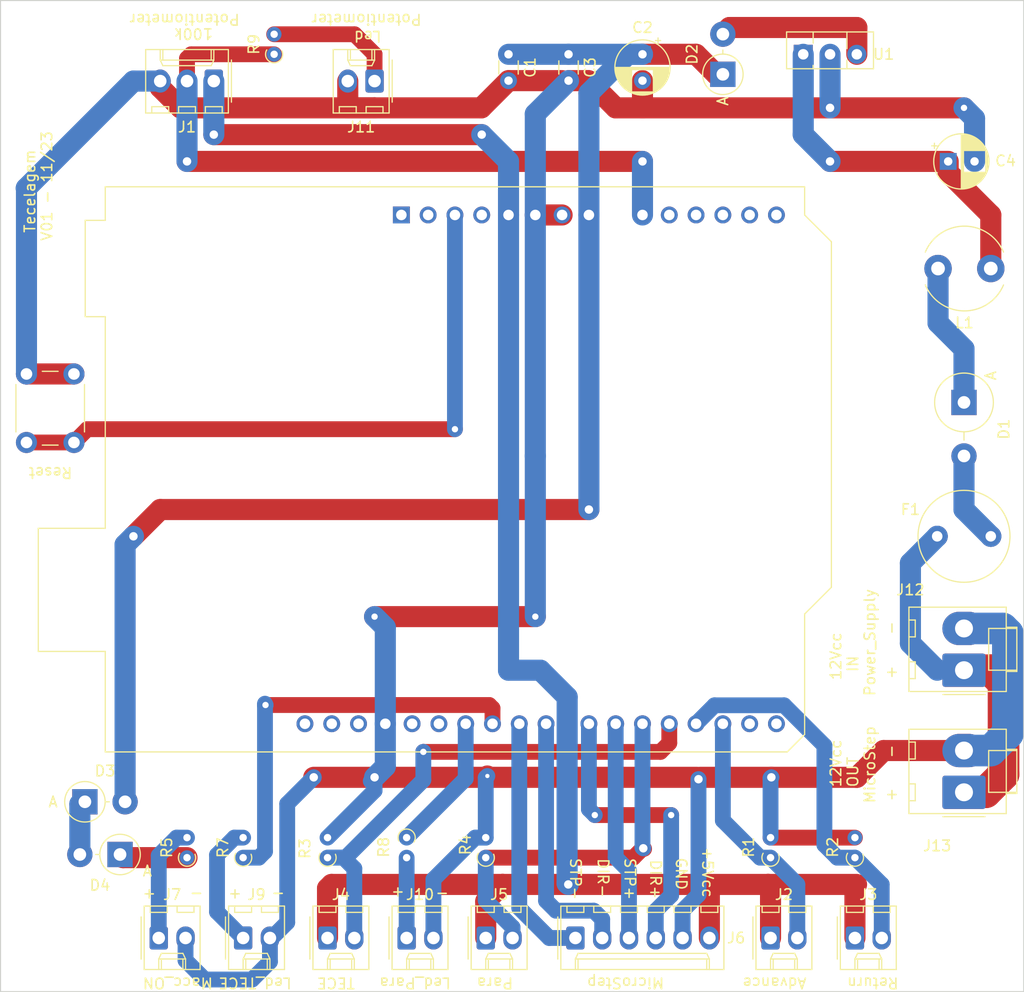
<source format=kicad_pcb>
(kicad_pcb (version 20221018) (generator pcbnew)
  (layers (0 "F.Cu" signal) (31 "B.Cu" signal) (34 "B.Paste" user) (35 "F.Paste" user) (36 "B.SilkS" user "B.Silkscreen") (37 "F.SilkS" user "F.Silkscreen") (38 "B.Mask" user) (39 "F.Mask" user) (44 "Edge.Cuts" user))
  (net 0 "")
  (net 4 "/+5Vcc")
  (net 5 "/GND")
  (net 6 "Net-(A1-VIN)")
  (net 7 "Net-(A1-A0)")
  (net 15 "Net-(A1-D2)")
  (net 16 "Net-(A1-D3)")
  (net 17 "Net-(A1-D4)")
  (net 18 "Net-(A1-D5)")
  (net 24 "Net-(A1-D6)")
  (net 25 "Net-(A1-D7)")
  (net 26 "Net-(A1-D8)")
  (net 27 "Net-(A1-D9)")
  (net 28 "Net-(D1-K)")
  (net 29 "Net-(D1-A)")
  (net 30 "Net-(D2-A)")
  (net 31 "/+12Vcc")
  (net 32 "Net-(J7-Pin_1)")
  (net 33 "Net-(J9-Pin_1)")
  (net 34 "Net-(J10-Pin_1)")
  (net 35 "Net-(J11-Pin_1)")
  (net 36 "Net-(U1-IN)")
  (net 37 "Net-(A1-D10)")
  (net 38 "Net-(A1-D11)")
  (net 39 "Net-(D3-K)")
  (net 40 "Net-(D4-K)")
  (net 41 "Net-(A1-~{RESET})")
  (footprint "Inductor_THT:L_Radial_D7.8mm_P5.00mm_Fastron_07HCP" (layer "F.Cu") (at 182.88 58.42 180)
    (fp_text reference "L1" (at 2.5 -5.15) (layer "F.SilkS"))
    (fp_text value "Indutor 330K 0,1 Ohms" hide)
    (pad "1" thru_hole circle (at 0 0 180) (size 2.6 2.6) (drill 1.3) (layers "*.Cu" "*.Mask") (net 36 "Net-(U1-IN)"))
    (pad "2" thru_hole circle (at 5 0 180) (size 2.6 2.6) (drill 1.3) (layers "*.Cu" "*.Mask") (net 28 "Net-(D1-K)"))
  )
  (footprint "MountingHole:MountingHole_3.5mm" (layer "F.Cu") (at 182 123)
    (fp_text reference "REF**" hide)
    (fp_text value "MountingHole_3.5mm" hide)
    (pad "" np_thru_hole circle (at 0 0) (size 3.5 3.5) (drill 3.5) (layers "F&B.Cu" "*.Mask"))
  )
  (footprint "Connector_Molex:Molex_KK-396_A-41791-0002_1x02_P3.96mm_Vertical" (layer "F.Cu") (at 180.34 108.1 90)
    (fp_text reference "J13" (at -5.08 -2.54 180) (layer "F.SilkS"))
    (fp_text value "Conn_01x02_Socket" hide)
    (pad "1" thru_hole roundrect (at 0 0 90) (size 3.16 4.1) (drill 1.7) (layers "*.Cu" "*.Mask") (roundrect_rratio 0.07911392405) (net 31 "/+12Vcc"))
    (pad "2" thru_hole oval (at 3.96 0 90) (size 3.16 4.1) (drill 1.7) (layers "*.Cu" "*.Mask") (net 5 "/GND"))
  )
  (footprint "Connector_Molex:Molex_KK-254_AE-6410-02A_1x02_P2.54mm_Vertical" (layer "F.Cu") (at 124.46 40.64 180)
    (fp_text reference "J11" (at 1.27 -4.36) (layer "F.SilkS"))
    (fp_text value "Conn_01x02_Socket" hide)
    (pad "1" thru_hole roundrect (at 0 0 180) (size 1.74 2.19) (drill 1.19) (layers "*.Cu" "*.Mask") (roundrect_rratio 0.1436781609) (net 35 "Net-(J11-Pin_1)"))
    (pad "2" thru_hole oval (at 2.54 0 180) (size 1.74 2.19) (drill 1.19) (layers "*.Cu" "*.Mask") (net 5 "/GND"))
  )
  (footprint "Resistor_THT:R_Axial_DIN0204_L3.6mm_D1.6mm_P1.90mm_Vertical" (layer "F.Cu") (at 162 114.3 90)
    (fp_text reference "R1" (at 0.9906 -2.0816 90) (layer "F.SilkS"))
    (fp_text value "5k" hide)
    (pad "1" thru_hole circle (at 0 0 90) (size 1.4 1.4) (drill 0.7) (layers "*.Cu" "*.Mask") (net 15 "Net-(A1-D2)"))
    (pad "2" thru_hole oval (at 1.9 0 90) (size 1.4 1.4) (drill 0.7) (layers "*.Cu" "*.Mask") (net 5 "/GND"))
  )
  (footprint "Capacitor_THT:C_Disc_D3.0mm_W1.6mm_P2.50mm" (layer "F.Cu") (at 137.16 38.1 -90)
    (fp_text reference "C1" (at 1.25 -2.05 90) (layer "F.SilkS"))
    (fp_text value "C_Ceramico 10pF/50V" hide)
    (pad "1" thru_hole circle (at 0 0 270) (size 1.6 1.6) (drill 0.8) (layers "*.Cu" "*.Mask") (net 6 "Net-(A1-VIN)"))
    (pad "2" thru_hole circle (at 2.5 0 270) (size 1.6 1.6) (drill 0.8) (layers "*.Cu" "*.Mask") (net 5 "/GND"))
  )
  (footprint "Resistor_THT:R_Axial_DIN0204_L3.6mm_D1.6mm_P1.90mm_Vertical" (layer "F.Cu") (at 135 114.3 90)
    (fp_text reference "R4" (at 1.2192 -1.9294 90) (layer "F.SilkS"))
    (fp_text value "5k" hide)
    (pad "1" thru_hole circle (at 0 0 90) (size 1.4 1.4) (drill 0.7) (layers "*.Cu" "*.Mask") (net 18 "Net-(A1-D5)"))
    (pad "2" thru_hole oval (at 1.9 0 90) (size 1.4 1.4) (drill 0.7) (layers "*.Cu" "*.Mask") (net 5 "/GND"))
  )
  (footprint "Capacitor_THT:C_Disc_D3.0mm_W1.6mm_P2.50mm" (layer "F.Cu") (at 142.85 38.1 -90)
    (fp_text reference "C3" (at 1.25 -2.05 90) (layer "F.SilkS"))
    (fp_text value "C_Ceramico 100pF/50V" hide)
    (pad "1" thru_hole circle (at 0 0 270) (size 1.6 1.6) (drill 0.8) (layers "*.Cu" "*.Mask") (net 6 "Net-(A1-VIN)"))
    (pad "2" thru_hole circle (at 2.5 0 270) (size 1.6 1.6) (drill 0.8) (layers "*.Cu" "*.Mask") (net 5 "/GND"))
  )
  (footprint "Module:Arduino_UNO_R3" (layer "F.Cu") (at 127 53.34)
    (fp_text reference "A1" hide)
    (fp_text value "Arduino_UNO_R3")
    (pad "1" thru_hole rect (at 0 0 90) (size 1.6 1.6) (drill 1) (layers "*.Cu" "*.Mask"))
    (pad "2" thru_hole oval (at 2.54 0 90) (size 1.6 1.6) (drill 1) (layers "*.Cu" "*.Mask"))
    (pad "3" thru_hole oval (at 5.08 0 90) (size 1.6 1.6) (drill 1) (layers "*.Cu" "*.Mask") (net 41 "Net-(A1-~{RESET})"))
    (pad "4" thru_hole oval (at 7.62 0 90) (size 1.6 1.6) (drill 1) (layers "*.Cu" "*.Mask"))
    (pad "5" thru_hole oval (at 10.16 0 90) (size 1.6 1.6) (drill 1) (layers "*.Cu" "*.Mask") (net 4 "/+5Vcc"))
    (pad "6" thru_hole oval (at 12.7 0 90) (size 1.6 1.6) (drill 1) (layers "*.Cu" "*.Mask") (net 5 "/GND"))
    (pad "7" thru_hole oval (at 15.24 0 90) (size 1.6 1.6) (drill 1) (layers "*.Cu" "*.Mask") (net 5 "/GND"))
    (pad "8" thru_hole oval (at 17.78 0 90) (size 1.6 1.6) (drill 1) (layers "*.Cu" "*.Mask") (net 6 "Net-(A1-VIN)"))
    (pad "9" thru_hole oval (at 22.86 0 90) (size 1.6 1.6) (drill 1) (layers "*.Cu" "*.Mask") (net 7 "Net-(A1-A0)"))
    (pad "10" thru_hole oval (at 25.4 0 90) (size 1.6 1.6) (drill 1) (layers "*.Cu" "*.Mask"))
    (pad "11" thru_hole oval (at 27.94 0 90) (size 1.6 1.6) (drill 1) (layers "*.Cu" "*.Mask"))
    (pad "12" thru_hole oval (at 30.48 0 90) (size 1.6 1.6) (drill 1) (layers "*.Cu" "*.Mask"))
    (pad "13" thru_hole oval (at 33.02 0 90) (size 1.6 1.6) (drill 1) (layers "*.Cu" "*.Mask"))
    (pad "14" thru_hole oval (at 35.56 0 90) (size 1.6 1.6) (drill 1) (layers "*.Cu" "*.Mask"))
    (pad "15" thru_hole oval (at 35.56 48.26 90) (size 1.6 1.6) (drill 1) (layers "*.Cu" "*.Mask"))
    (pad "16" thru_hole oval (at 33.02 48.26 90) (size 1.6 1.6) (drill 1) (layers "*.Cu" "*.Mask"))
    (pad "17" thru_hole oval (at 30.48 48.26 90) (size 1.6 1.6) (drill 1) (layers "*.Cu" "*.Mask") (net 15 "Net-(A1-D2)"))
    (pad "18" thru_hole oval (at 27.94 48.26 90) (size 1.6 1.6) (drill 1) (layers "*.Cu" "*.Mask") (net 16 "Net-(A1-D3)"))
    (pad "19" thru_hole oval (at 25.4 48.26 90) (size 1.6 1.6) (drill 1) (layers "*.Cu" "*.Mask") (net 17 "Net-(A1-D4)"))
    (pad "20" thru_hole oval (at 22.86 48.26 90) (size 1.6 1.6) (drill 1) (layers "*.Cu" "*.Mask") (net 18 "Net-(A1-D5)"))
    (pad "21" thru_hole oval (at 20.32 48.26 90) (size 1.6 1.6) (drill 1) (layers "*.Cu" "*.Mask") (net 24 "Net-(A1-D6)"))
    (pad "22" thru_hole oval (at 17.78 48.26 90) (size 1.6 1.6) (drill 1) (layers "*.Cu" "*.Mask") (net 25 "Net-(A1-D7)"))
    (pad "23" thru_hole oval (at 13.72 48.26 90) (size 1.6 1.6) (drill 1) (layers "*.Cu" "*.Mask") (net 26 "Net-(A1-D8)"))
    (pad "24" thru_hole oval (at 11.18 48.26 90) (size 1.6 1.6) (drill 1) (layers "*.Cu" "*.Mask") (net 27 "Net-(A1-D9)"))
    (pad "25" thru_hole oval (at 8.64 48.26 90) (size 1.6 1.6) (drill 1) (layers "*.Cu" "*.Mask") (net 37 "Net-(A1-D10)"))
    (pad "26" thru_hole oval (at 6.1 48.26 90) (size 1.6 1.6) (drill 1) (layers "*.Cu" "*.Mask") (net 38 "Net-(A1-D11)"))
    (pad "27" thru_hole oval (at 3.56 48.26 90) (size 1.6 1.6) (drill 1) (layers "*.Cu" "*.Mask"))
    (pad "28" thru_hole oval (at 1.02 48.26 90) (size 1.6 1.6) (drill 1) (layers "*.Cu" "*.Mask"))
    (pad "29" thru_hole oval (at -1.52 48.26 90) (size 1.6 1.6) (drill 1) (layers "*.Cu" "*.Mask") (net 5 "/GND"))
    (pad "30" thru_hole oval (at -4.06 48.26 90) (size 1.6 1.6) (drill 1) (layers "*.Cu" "*.Mask"))
    (pad "31" thru_hole oval (at -6.6 48.26 90) (size 1.6 1.6) (drill 1) (layers "*.Cu" "*.Mask"))
    (pad "32" thru_hole oval (at -9.14 48.26 90) (size 1.6 1.6) (drill 1) (layers "*.Cu" "*.Mask"))
  )
  (footprint "Resistor_THT:R_Axial_DIN0204_L3.6mm_D1.6mm_P1.90mm_Vertical" (layer "F.Cu") (at 170 114.3 90)
    (fp_text reference "R2" (at 0.9906 -2.106 90) (layer "F.SilkS"))
    (fp_text value "5k" hide)
    (pad "1" thru_hole circle (at 0 0 90) (size 1.4 1.4) (drill 0.7) (layers "*.Cu" "*.Mask") (net 16 "Net-(A1-D3)"))
    (pad "2" thru_hole oval (at 1.9 0 90) (size 1.4 1.4) (drill 0.7) (layers "*.Cu" "*.Mask") (net 5 "/GND"))
  )
  (footprint "Connector_Molex:Molex_KK-254_AE-6410-02A_1x02_P2.54mm_Vertical" (layer "F.Cu") (at 112 121.92)
    (fp_text reference "J9" (at 1.27 -4.12) (layer "F.SilkS"))
    (fp_text value "Conn_01x02_Socket" hide)
    (pad "1" thru_hole roundrect (at 0 0) (size 1.74 2.19) (drill 1.19) (layers "*.Cu" "*.Mask") (roundrect_rratio 0.1436781609) (net 33 "Net-(J9-Pin_1)"))
    (pad "2" thru_hole oval (at 2.54 0) (size 1.74 2.19) (drill 1.19) (layers "*.Cu" "*.Mask") (net 5 "/GND"))
  )
  (footprint "Chave_Tactil:Tactil_6mm" (layer "F.Cu") (at 100 72 90)
    (fp_text reference "SW1" hide)
    (fp_text value "SW_MEC_5E" hide)
    (pad "1" thru_hole circle (at -2.92 -8.54 180) (size 2 2) (drill 1.1) (layers "*.Cu" "*.Mask") (net 41 "Net-(A1-~{RESET})"))
    (pad "2" thru_hole circle (at -2.92 -4.04 180) (size 2 2) (drill 1.1) (layers "*.Cu" "*.Mask") (net 41 "Net-(A1-~{RESET})"))
    (pad "3" thru_hole circle (at 3.58 -8.54 180) (size 2 2) (drill 1.1) (layers "*.Cu" "*.Mask") (net 5 "/GND"))
    (pad "4" thru_hole circle (at 3.58 -4.04 180) (size 2 2) (drill 1.1) (layers "*.Cu" "*.Mask") (net 5 "/GND"))
  )
  (footprint "MountingHole:MountingHole_3.5mm" (layer "F.Cu") (at 93 123)
    (fp_text reference "REF**" hide)
    (fp_text value "MountingHole_3.5mm" hide)
    (pad "" np_thru_hole circle (at 0 0) (size 3.5 3.5) (drill 3.5) (layers "F&B.Cu" "*.Mask"))
  )
  (footprint "Capacitor_THT:CP_Radial_D5.0mm_P2.50mm" (layer "F.Cu") (at 178.84 48.26)
    (fp_text reference "C4" (at 5.437 -0.0508) (layer "F.SilkS"))
    (fp_text value "C_Eletrolitico 100uF/25V" hide)
    (pad "1" thru_hole rect (at 0 0) (size 1.6 1.6) (drill 0.8) (layers "*.Cu" "*.Mask") (net 36 "Net-(U1-IN)"))
    (pad "2" thru_hole circle (at 2.5 0) (size 1.6 1.6) (drill 0.8) (layers "*.Cu" "*.Mask") (net 5 "/GND"))
  )
  (footprint "MountingHole:MountingHole_3.5mm" (layer "F.Cu") (at 93 38)
    (fp_text reference "REF**" hide)
    (fp_text value "MountingHole_3.5mm" hide)
    (pad "" np_thru_hole circle (at 0 0) (size 3.5 3.5) (drill 3.5) (layers "F&B.Cu" "*.Mask"))
  )
  (footprint "Fuse:Fuse_Littelfuse_372_D8.50mm" (layer "F.Cu") (at 182.88 83.82 180)
    (fp_text reference "F1" (at 7.62 2.54) (layer "F.SilkS"))
    (fp_text value "Fuse T1A 1A" hide)
    (pad "1" thru_hole circle (at 0 0 180) (size 2 2) (drill 1) (layers "*.Cu" "*.Mask") (net 29 "Net-(D1-A)"))
    (pad "2" thru_hole circle (at 5.08 0 180) (size 2 2) (drill 1) (layers "*.Cu" "*.Mask") (net 31 "/+12Vcc"))
  )
  (footprint "Connector_Molex:Molex_KK-254_AE-6410-06A_1x06_P2.54mm_Vertical" (layer "F.Cu") (at 143.5 121.92)
    (fp_text reference "J6" (at 15.24 0) (layer "F.SilkS"))
    (fp_text value "Conn_01x04_Socket" hide)
    (pad "1" thru_hole roundrect (at 0 0) (size 1.74 2.19) (drill 1.19) (layers "*.Cu" "*.Mask") (roundrect_rratio 0.1436781609) (net 27 "Net-(A1-D9)"))
    (pad "2" thru_hole oval (at 2.54 0) (size 1.74 2.19) (drill 1.19) (layers "*.Cu" "*.Mask") (net 26 "Net-(A1-D8)"))
    (pad "3" thru_hole oval (at 5.08 0) (size 1.74 2.19) (drill 1.19) (layers "*.Cu" "*.Mask") (net 24 "Net-(A1-D6)"))
    (pad "4" thru_hole oval (at 7.62 0) (size 1.74 2.19) (drill 1.19) (layers "*.Cu" "*.Mask") (net 25 "Net-(A1-D7)"))
    (pad "5" thru_hole oval (at 10.16 0) (size 1.74 2.19) (drill 1.19) (layers "*.Cu" "*.Mask") (net 5 "/GND"))
    (pad "6" thru_hole oval (at 12.7 0) (size 1.74 2.19) (drill 1.19) (layers "*.Cu" "*.Mask") (net 4 "/+5Vcc"))
  )
  (footprint "Resistor_THT:R_Axial_DIN0204_L3.6mm_D1.6mm_P1.90mm_Vertical" (layer "F.Cu") (at 112 114.3 90)
    (fp_text reference "R7" (at 0.95 -1.92 90) (layer "F.SilkS"))
    (fp_text value "5k" hide)
    (pad "1" thru_hole circle (at 0 0 90) (size 1.4 1.4) (drill 0.7) (layers "*.Cu" "*.Mask") (net 37 "Net-(A1-D10)"))
    (pad "2" thru_hole oval (at 1.9 0 90) (size 1.4 1.4) (drill 0.7) (layers "*.Cu" "*.Mask") (net 33 "Net-(J9-Pin_1)"))
  )
  (footprint "Connector_Molex:Molex_KK-254_AE-6410-02A_1x02_P2.54mm_Vertical" (layer "F.Cu") (at 135 121.92)
    (fp_text reference "J5" (at 1.27 -4.12) (layer "F.SilkS"))
    (fp_text value "Conn_01x02_Socket" hide)
    (pad "1" thru_hole roundrect (at 0 0) (size 1.74 2.19) (drill 1.19) (layers "*.Cu" "*.Mask") (roundrect_rratio 0.1436781609) (net 4 "/+5Vcc"))
    (pad "2" thru_hole oval (at 2.54 0) (size 1.74 2.19) (drill 1.19) (layers "*.Cu" "*.Mask") (net 18 "Net-(A1-D5)"))
  )
  (footprint "Connector_Molex:Molex_KK-254_AE-6410-03A_1x03_P2.54mm_Vertical" (layer "F.Cu") (at 109.22 40.64 180)
    (fp_text reference "J1" (at 2.54 -4.36) (layer "F.SilkS"))
    (fp_text value "Conn_01x03_Socket" hide)
    (pad "1" thru_hole roundrect (at 0 0 180) (size 1.74 2.19) (drill 1.19) (layers "*.Cu" "*.Mask") (roundrect_rratio 0.1436781609) (net 4 "/+5Vcc"))
    (pad "2" thru_hole oval (at 2.54 0 180) (size 1.74 2.19) (drill 1.19) (layers "*.Cu" "*.Mask") (net 7 "Net-(A1-A0)"))
    (pad "3" thru_hole oval (at 5.08 0 180) (size 1.74 2.19) (drill 1.19) (layers "*.Cu" "*.Mask") (net 5 "/GND"))
  )
  (footprint "Connector_Molex:Molex_KK-254_AE-6410-02A_1x02_P2.54mm_Vertical" (layer "F.Cu") (at 170 121.92)
    (fp_text reference "J3" (at 1.27 -4.12) (layer "F.SilkS"))
    (fp_text value "Conn_01x02_Socket" hide)
    (pad "1" thru_hole roundrect (at 0 0) (size 1.74 2.19) (drill 1.19) (layers "*.Cu" "*.Mask") (roundrect_rratio 0.1436781609) (net 4 "/+5Vcc"))
    (pad "2" thru_hole oval (at 2.54 0) (size 1.74 2.19) (drill 1.19) (layers "*.Cu" "*.Mask") (net 16 "Net-(A1-D3)"))
  )
  (footprint "Diode_THT:D_DO-15_P3.81mm_Vertical_AnodeUp" (layer "F.Cu") (at 100.33 114 180)
    (fp_text reference "D4" (at 1.905 -2.92) (layer "F.SilkS"))
    (fp_text value "IN4007 1A" hide)
    (fp_text user "A" (at -2.5908 -1.57) (layer "F.SilkS"))
    (pad "1" thru_hole rect (at 0 0 180) (size 2.4 2.4) (drill 1.2) (layers "*.Cu" "*.Mask") (net 40 "Net-(D4-K)"))
    (pad "2" thru_hole oval (at 3.81 0 180) (size 2.4 2.4) (drill 1.2) (layers "*.Cu" "*.Mask") (net 39 "Net-(D3-K)"))
  )
  (footprint "MountingHole:MountingHole_3.5mm" (layer "F.Cu") (at 182 38)
    (fp_text reference "REF**" hide)
    (fp_text value "MountingHole_3.5mm" hide)
    (pad "" np_thru_hole circle (at 0 0) (size 3.5 3.5) (drill 3.5) (layers "*.Cu" "*.Mask"))
  )
  (footprint "Resistor_THT:R_Axial_DIN0204_L3.6mm_D1.6mm_P1.90mm_Vertical" (layer "F.Cu") (at 114.94 38.1 90)
    (fp_text reference "R9" (at 0.95 -1.92 90) (layer "F.SilkS"))
    (fp_text value "5k" hide)
    (pad "1" thru_hole circle (at 0 0 90) (size 1.4 1.4) (drill 0.7) (layers "*.Cu" "*.Mask") (net 7 "Net-(A1-A0)"))
    (pad "2" thru_hole oval (at 1.9 0 90) (size 1.4 1.4) (drill 0.7) (layers "*.Cu" "*.Mask") (net 35 "Net-(J11-Pin_1)"))
  )
  (footprint "Connector_Molex:Molex_KK-396_A-41791-0002_1x02_P3.96mm_Vertical" (layer "F.Cu") (at 180.34 96.52 90)
    (fp_text reference "J12" (at 7.62 -5.08 180) (layer "F.SilkS"))
    (fp_text value "Conn_01x02_Socket" hide)
    (pad "1" thru_hole roundrect (at 0 0 90) (size 3.16 4.1) (drill 1.7) (layers "*.Cu" "*.Mask") (roundrect_rratio 0.07911392405) (net 31 "/+12Vcc"))
    (pad "2" thru_hole oval (at 3.96 0 90) (size 3.16 4.1) (drill 1.7) (layers "*.Cu" "*.Mask") (net 5 "/GND"))
  )
  (footprint "Capacitor_THT:CP_Radial_D5.0mm_P2.50mm" (layer "F.Cu") (at 149.86 38.1 -90)
    (fp_text reference "C2" (at -2.54 0) (layer "F.SilkS"))
    (fp_text value "C_Eletrolitico 10uF/25V" hide)
    (pad "1" thru_hole rect (at 0 0 270) (size 1.6 1.6) (drill 0.8) (layers "*.Cu" "*.Mask") (net 6 "Net-(A1-VIN)"))
    (pad "2" thru_hole circle (at 2.5 0 270) (size 1.6 1.6) (drill 0.8) (layers "*.Cu" "*.Mask") (net 5 "/GND"))
  )
  (footprint "Resistor_THT:R_Axial_DIN0204_L3.6mm_D1.6mm_P1.90mm_Vertical" (layer "F.Cu") (at 127.5 112.4 -90)
    (fp_text reference "R8" (at 0.9094 2.1764 90) (layer "F.SilkS"))
    (fp_text value "5k" hide)
    (pad "1" thru_hole circle (at 0 0 270) (size 1.4 1.4) (drill 0.7) (layers "*.Cu" "*.Mask") (net 38 "Net-(A1-D11)"))
    (pad "2" thru_hole oval (at 1.9 0 270) (size 1.4 1.4) (drill 0.7) (layers "*.Cu" "*.Mask") (net 34 "Net-(J10-Pin_1)"))
  )
  (footprint "Resistor_THT:R_Axial_DIN0204_L3.6mm_D1.6mm_P1.90mm_Vertical" (layer "F.Cu") (at 120 114.3 90)
    (fp_text reference "R3" (at 0.8636 -2.144 90) (layer "F.SilkS"))
    (fp_text value "5k" hide)
    (pad "1" thru_hole circle (at 0 0 90) (size 1.4 1.4) (drill 0.7) (layers "*.Cu" "*.Mask") (net 17 "Net-(A1-D4)"))
    (pad "2" thru_hole oval (at 1.9 0 90) (size 1.4 1.4) (drill 0.7) (layers "*.Cu" "*.Mask") (net 5 "/GND"))
  )
  (footprint "Package_TO_SOT_THT:TO-126-3_Vertical" (layer "F.Cu") (at 165.1 38.1)
    (fp_text reference "U1" (at 7.62 0) (layer "F.SilkS"))
    (fp_text value "L7809" hide)
    (pad "1" thru_hole rect (at 0 0) (size 1.8 1.8) (drill 1) (layers "*.Cu" "*.Mask") (net 36 "Net-(U1-IN)"))
    (pad "2" thru_hole oval (at 2.54 0) (size 1.8 1.8) (drill 1) (layers "*.Cu" "*.Mask") (net 5 "/GND"))
    (pad "3" thru_hole oval (at 5.08 0) (size 1.8 1.8) (drill 1) (layers "*.Cu" "*.Mask") (net 30 "Net-(D2-A)"))
  )
  (footprint "Connector_Molex:Molex_KK-254_AE-6410-02A_1x02_P2.54mm_Vertical" (layer "F.Cu") (at 127.5 121.92)
    (fp_text reference "J10" (at 1.27 -4.12) (layer "F.SilkS"))
    (fp_text value "Conn_01x02_Socket" hide)
    (pad "1" thru_hole roundrect (at 0 0) (size 1.74 2.19) (drill 1.19) (layers "*.Cu" "*.Mask") (roundrect_rratio 0.1436781609) (net 34 "Net-(J10-Pin_1)"))
    (pad "2" thru_hole oval (at 2.54 0) (size 1.74 2.19) (drill 1.19) (layers "*.Cu" "*.Mask") (net 5 "/GND"))
  )
  (footprint "Diode_THT:D_DO-15_P3.81mm_Vertical_AnodeUp" (layer "F.Cu") (at 157.48 40 90)
    (fp_text reference "D2" (at 1.905 -2.92 90) (layer "F.SilkS"))
    (fp_text value "IN4007 1A" hide)
    (fp_text user "A" (at -2.54 0 90) (layer "F.SilkS"))
    (pad "1" thru_hole rect (at 0 0 90) (size 2.4 2.4) (drill 1.2) (layers "*.Cu" "*.Mask") (net 6 "Net-(A1-VIN)"))
    (pad "2" thru_hole oval (at 3.81 0 90) (size 2.4 2.4) (drill 1.2) (layers "*.Cu" "*.Mask") (net 30 "Net-(D2-A)"))
  )
  (footprint "Connector_Molex:Molex_KK-254_AE-6410-02A_1x02_P2.54mm_Vertical" (layer "F.Cu") (at 162 121.92)
    (fp_text reference "J2" (at 1.27 -4.12) (layer "F.SilkS"))
    (fp_text value "Conn_01x02_Socket" hide)
    (pad "1" thru_hole roundrect (at 0 0) (size 1.74 2.19) (drill 1.19) (layers "*.Cu" "*.Mask") (roundrect_rratio 0.1436781609) (net 4 "/+5Vcc"))
    (pad "2" thru_hole oval (at 2.54 0) (size 1.74 2.19) (drill 1.19) (layers "*.Cu" "*.Mask") (net 15 "Net-(A1-D2)"))
  )
  (footprint "Diode_THT:D_DO-15_P3.81mm_Vertical_AnodeUp" (layer "F.Cu") (at 97 109)
    (fp_text reference "D3" (at 1.905 -2.92) (layer "F.SilkS"))
    (fp_text value "IN4007 1A" hide)
    (fp_text user "A" (at -3.02 0.0168) (layer "F.SilkS"))
    (pad "1" thru_hole rect (at 0 0) (size 2.4 2.4) (drill 1.2) (layers "*.Cu" "*.Mask") (net 39 "Net-(D3-K)"))
    (pad "2" thru_hole oval (at 3.81 0) (size 2.4 2.4) (drill 1.2) (layers "*.Cu" "*.Mask") (net 6 "Net-(A1-VIN)"))
  )
  (footprint "Connector_Molex:Molex_KK-254_AE-6410-02A_1x02_P2.54mm_Vertical" (layer "F.Cu") (at 120 121.92)
    (fp_text reference "J4" (at 1.27 -4.12) (layer "F.SilkS"))
    (fp_text value "Conn_01x02_Socket" hide)
    (pad "1" thru_hole roundrect (at 0 0) (size 1.74 2.19) (drill 1.19) (layers "*.Cu" "*.Mask") (roundrect_rratio 0.1436781609) (net 4 "/+5Vcc"))
    (pad "2" thru_hole oval (at 2.54 0) (size 1.74 2.19) (drill 1.19) (layers "*.Cu" "*.Mask") (net 17 "Net-(A1-D4)"))
  )
  (footprint "Resistor_THT:R_Axial_DIN0204_L3.6mm_D1.6mm_P1.90mm_Vertical" (layer "F.Cu") (at 106.68 114.3 90)
    (fp_text reference "R5" (at 0.95 -1.92 90) (layer "F.SilkS"))
    (fp_text value "5k" hide)
    (pad "1" thru_hole circle (at 0 0 90) (size 1.4 1.4) (drill 0.7) (layers "*.Cu" "*.Mask") (net 40 "Net-(D4-K)"))
    (pad "2" thru_hole oval (at 1.9 0 90) (size 1.4 1.4) (drill 0.7) (layers "*.Cu" "*.Mask") (net 32 "Net-(J7-Pin_1)"))
  )
  (footprint "Connector_Molex:Molex_KK-254_AE-6410-02A_1x02_P2.54mm_Vertical" (layer "F.Cu") (at 104 121.92)
    (fp_text reference "J7" (at 1.27 -4.12) (layer "F.SilkS"))
    (fp_text value "Conn_01x02_Socket" hide)
    (pad "1" thru_hole roundrect (at 0 0) (size 1.74 2.19) (drill 1.19) (layers "*.Cu" "*.Mask") (roundrect_rratio 0.1436781609) (net 32 "Net-(J7-Pin_1)"))
    (pad "2" thru_hole oval (at 2.54 0) (size 1.74 2.19) (drill 1.19) (layers "*.Cu" "*.Mask") (net 5 "/GND"))
  )
  (footprint "Diode_THT:D_DO-27_P5.08mm_Vertical_AnodeUp" (layer "F.Cu") (at 180.34 71.12 -90)
    (fp_text reference "D1" (at 2.54 -3.785 90) (layer "F.SilkS"))
    (fp_text value "RL207 2A" hide)
    (fp_text user "A" (at -2.54 -2.54 90) (layer "F.SilkS"))
    (pad "1" thru_hole rect (at 0 0 270) (size 2.4 2.4) (drill 1.2) (layers "*.Cu" "*.Mask") (net 28 "Net-(D1-K)"))
    (pad "2" thru_hole oval (at 5.08 0 270) (size 2.4 2.4) (drill 1.2) (layers "*.Cu" "*.Mask") (net 29 "Net-(D1-A)"))
  )
  (gr_line (start 186 33) (end 186 127) (stroke (width 0.1)) (layer "Edge.Cuts"))
  (gr_line (start 89 127) (end 89 33) (stroke (width 0.1)) (layer "Edge.Cuts"))
  (gr_line (start 89 33) (end 186 33) (stroke (width 0.1)) (layer "Edge.Cuts"))
  (gr_line (start 186 127) (end 89 127) (stroke (width 0.1)) (layer "Edge.Cuts"))
  (gr_text "STP+" (at 148.082 114.2492 270) (layer "F.SilkS") (effects (font (size 1 1)) (justify left bottom)))
  (gr_text "Potentiometer" (at 111.76 34.2 180) (layer "F.SilkS") (effects (font (size 1 1)) (justify left bottom)))
  (gr_text "  12Vcc\n  OUT\nMicroStep" (at 172 109.22 90) (layer "F.SilkS") (effects (font (size 1 1)) (justify left bottom)))
  (gr_text "-" (at 130.1496 118.2) (layer "F.SilkS") (effects (font (size 1 1)) (justify left bottom)))
  (gr_text "Led_Para" (at 131.78 125.6 180) (layer "F.SilkS") (effects (font (size 1 1)) (justify left bottom)))
  (gr_text "+" (at 173 107.6 270) (layer "F.SilkS") (effects (font (size 1 1)) (justify left bottom)))
  (gr_text "Para" (at 137.68 125.6 180) (layer "F.SilkS") (effects (font (size 1 1)) (justify left bottom)))
  (gr_text "Return" (at 174.22 125.6 180) (layer "F.SilkS") (effects (font (size 1 1)) (justify left bottom)))
  (gr_text "DIR-" (at 145.542 114.2746 270) (layer "F.SilkS") (effects (font (size 1 1)) (justify left bottom)))
  (gr_text "Reset" (at 95.885 77.1906 180) (layer "F.SilkS") (effects (font (size 1 1)) (justify left bottom)))
  (gr_text "-" (at 114.6048 118.2) (layer "F.SilkS") (effects (font (size 1 1)) (justify left bottom)))
  (gr_text "+" (at 126.1618 116.84 270) (layer "F.SilkS") (effects (font (size 1 1)) (justify left bottom)))
  (gr_text "Advance" (at 165.5 125.6 180) (layer "F.SilkS") (effects (font (size 1 1)) (justify left bottom)))
  (gr_text "+" (at 102.5906 117.0178 270) (layer "F.SilkS") (effects (font (size 1 1)) (justify left bottom)))
  (gr_text "MicroStep" (at 152 125.6 180) (layer "F.SilkS") (effects (font (size 1 1)) (justify left bottom)))
  (gr_text "GND" (at 152.948 114.2078 -90) (layer "F.SilkS") (effects (font (size 1 1)) (justify left bottom)))
  (gr_text "Led_TECE" (at 116.68 125.6 180) (layer "F.SilkS") (effects (font (size 1 1)) (justify left bottom)))
  (gr_text "-" (at 173 103.5 270) (layer "F.SilkS") (effects (font (size 1 1)) (justify left bottom)))
  (gr_text " Tecelagem \nV01 - 11/23" (at 93.98 55.88 90) (layer "F.SilkS") (effects (font (size 1 1)) (justify left bottom)))
  (gr_text "Macc_ON" (at 109.22 125.6 180) (layer "F.SilkS") (effects (font (size 1 1)) (justify left bottom)))
  (gr_text "STP-" (at 142.9258 114.2492 270) (layer "F.SilkS") (effects (font (size 1 1)) (justify left bottom)))
  (gr_text "     Led\nPotentiometer" (at 129 34.2 180) (layer "F.SilkS") (effects (font (size 1 1)) (justify left bottom)))
  (gr_text "-" (at 106.8578 118.2) (layer "F.SilkS") (effects (font (size 1 1)) (justify left bottom)))
  (gr_text "DIR+" (at 150.5204 114.4016 270) (layer "F.SilkS") (effects (font (size 1 1)) (justify left bottom)))
  (gr_text "  12Vcc   \n   IN\nPower_Supply" (at 172 99.06 90) (layer "F.SilkS") (effects (font (size 1 1)) (justify left bottom)))
  (gr_text "+5Vcc" (at 155.448 113.2078 -90) (layer "F.SilkS") (effects (font (size 1 1)) (justify left bottom)))
  (gr_text "-" (at 173 91.8 270) (layer "F.SilkS") (effects (font (size 1 1)) (justify left bottom)))
  (gr_text "+" (at 110.7186 117.0178 270) (layer "F.SilkS") (effects (font (size 1 1)) (justify left bottom)))
  (gr_text "100k" (at 109.22 35.56 180) (layer "F.SilkS") (effects (font (size 1 1)) (justify left bottom)))
  (gr_text "+" (at 173 96 270) (layer "F.SilkS") (effects (font (size 1 1)) (justify left bottom)))
  (gr_text "TECE" (at 122.68 125.6 180) (layer "F.SilkS") (effects (font (size 1 1)) (justify left bottom)))
  (segment (start 134.62 45.72) (end 109.22 45.72) (width 2) (layer "F.Cu") (net 4))
  (segment (start 136.6012 116.84) (end 135 118.4412) (width 2) (layer "F.Cu") (net 4))
  (segment (start 135 118.4412) (end 135 121.92) (width 2) (layer "F.Cu") (net 4))
  (segment (start 120 117.22) (end 120 121.92) (width 2) (layer "F.Cu") (net 4))
  (segment (start 170 116.9946) (end 170 121.92) (width 2) (layer "F.Cu") (net 4))
  (segment (start 161.7726 116.84) (end 162 117.0674) (width 2) (layer "F.Cu") (net 4))
  (segment (start 120.38 116.84) (end 120 117.22) (width 2) (layer "F.Cu") (net 4))
  (segment (start 162 117.0674) (end 162 121.92) (width 2) (layer "F.Cu") (net 4))
  (segment (start 120.38 116.84) (end 136.6012 116.84) (width 2) (layer "F.Cu") (net 4))
  (segment (start 136.6012 116.84) (end 142.8242 116.84) (width 2) (layer "F.Cu") (net 4))
  (segment (start 156.2 116.9062) (end 156.2 121.92) (width 2) (layer "F.Cu") (net 4))
  (segment (start 142.8242 116.84) (end 161.7726 116.84) (width 2) (layer "F.Cu") (net 4))
  (segment (start 170.1546 116.84) (end 161.7726 116.84) (width 2) (layer "F.Cu") (net 4))
  (via (at 134.62 45.72) (size 1.5) (drill 0.8) (layers "F.Cu" "B.Cu") (net 4))
  (via (at 109.22 45.72) (size 1.5) (drill 0.8) (layers "F.Cu" "B.Cu") (net 4))
  (via (at 142.8242 116.84) (size 1.5) (drill 0.8) (layers "F.Cu" "B.Cu") (net 4))
  (segment (start 140.18 96.52) (end 142.72 99.06) (width 2) (layer "B.Cu") (net 4))
  (segment (start 142.713576 103.9622) (end 142.713576 116.729376) (width 2) (layer "B.Cu") (net 4))
  (segment (start 137.16 53.34) (end 137.16 48.26) (width 2) (layer "B.Cu") (net 4))
  (segment (start 142.72 99.06) (end 142.72 103.955776) (width 2) (layer "B.Cu") (net 4))
  (segment (start 137.16 53.34) (end 137.16 96.52) (width 2) (layer "B.Cu") (net 4))
  (segment (start 137.16 96.52) (end 140.18 96.52) (width 2) (layer "B.Cu") (net 4))
  (segment (start 142.713576 116.729376) (end 142.8242 116.84) (width 2) (layer "B.Cu") (net 4))
  (segment (start 137.16 48.26) (end 134.62 45.72) (width 2) (layer "B.Cu") (net 4))
  (segment (start 109.22 45.72) (end 109.22 40.64) (width 2) (layer "B.Cu") (net 4))
  (segment (start 144.74 40.6) (end 142.85 40.6) (width 2) (layer "F.Cu") (net 5))
  (segment (start 104.14 40.64) (end 104.14 41.252422) (width 2) (layer "F.Cu") (net 5))
  (segment (start 180.34 104.14) (end 172.72 104.14) (width 2) (layer "F.Cu") (net 5))
  (segment (start 167.64 43.18) (end 149.86 43.18) (width 2) (layer "F.Cu") (net 5))
  (segment (start 162.0774 106.68) (end 155.3464 106.68) (width 2) (layer "F.Cu") (net 5))
  (segment (start 167.64 43.18) (end 180.34 43.18) (width 2) (layer "F.Cu") (net 5))
  (segment (start 135.2804 106.68) (end 135.1534 106.553) (width 2) (layer "F.Cu") (net 5))
  (segment (start 106.067578 43.18) (end 124.46 43.18) (width 2) (layer "F.Cu") (net 5))
  (segment (start 172.72 104.14) (end 170.18 106.68) (width 2) (layer "F.Cu") (net 5))
  (segment (start 170.18 106.68) (end 162.0774 106.68) (width 2) (layer "F.Cu") (net 5))
  (segment (start 91.46 68.42) (end 95.96 68.42) (width 2) (layer "F.Cu") (net 5))
  (segment (start 124.46 106.68) (end 135.0264 106.68) (width 2) (layer "F.Cu") (net 5))
  (segment (start 121.92 43.18) (end 124.46 43.18) (width 2) (layer "F.Cu") (net 5))
  (segment (start 104.14 41.252422) (end 106.067578 43.18) (width 2) (layer "F.Cu") (net 5))
  (segment (start 139.7 53.34) (end 142.24 53.34) (width 2) (layer "F.Cu") (net 5))
  (segment (start 149.86 40.6) (end 149.86 43.18) (width 2) (layer "F.Cu") (net 5))
  (segment (start 147.32 43.18) (end 144.74 40.6) (width 2) (layer "F.Cu") (net 5))
  (segment (start 154.9908 106.68) (end 135.2804 106.68) (width 2) (layer "F.Cu") (net 5))
  (segment (start 124.46 106.68) (end 118.6942 106.68) (width 2) (layer "F.Cu") (net 5))
  (segment (start 134.58 43.18) (end 137.16 40.6) (width 2) (layer "F.Cu") (net 5))
  (segment (start 149.86 43.18) (end 147.32 43.18) (width 2) (layer "F.Cu") (net 5))
  (segment (start 162 112.4) (end 170 112.4) (width 1.5) (layer "F.Cu") (net 5))
  (segment (start 139.7 91.44) (end 124.46 91.44) (width 2) (layer "F.Cu") (net 5))
  (segment (start 137.16 40.6) (end 142.24 40.6) (width 2) (layer "F.Cu") (net 5))
  (segment (start 121.92 40.64) (end 121.92 43.18) (width 2) (layer "F.Cu") (net 5))
  (segment (start 124.46 43.18) (end 134.58 43.18) (width 2) (layer "F.Cu") (net 5))
  (via (at 155.1686 106.8578) (size 1.5) (drill 0.8) (layers "F.Cu" "B.Cu") (net 5))
  (via (at 124.46 91.44) (size 1.5) (drill 0.6) (layers "F.Cu" "B.Cu") (net 5))
  (via (at 139.7 91.44) (size 1.5) (drill 0.6) (layers "F.Cu" "B.Cu") (net 5))
  (via (at 135.1534 106.553) (size 0.8) (drill 0.4) (layers "F.Cu" "B.Cu") (net 5))
  (via (at 180.34 43.18) (size 1.5) (drill 0.6) (layers "F.Cu" "B.Cu") (net 5))
  (via (at 167.64 43.18) (size 1.5) (drill 0.8) (layers "F.Cu" "B.Cu") (net 5))
  (via (at 118.6942 106.68) (size 1.5) (drill 0.8) (layers "F.Cu" "B.Cu") (net 5))
  (via (at 162.0774 106.68) (size 1.5) (drill 0.8) (layers "F.Cu" "B.Cu") (net 5))
  (via (at 124.46 106.68) (size 1.5) (drill 0.8) (layers "F.Cu" "B.Cu") (net 5))
  (segment (start 181.34 48.26) (end 181.34 44.18) (width 2) (layer "B.Cu") (net 5))
  (segment (start 124.46 106.68) (end 124.46 107.94) (width 1.5) (layer "B.Cu") (net 5))
  (segment (start 106.54 124.0406) (end 108.3564 125.857) (width 1.5) (layer "B.Cu") (net 5))
  (segment (start 114.54 121.92) (end 114.7064 121.92) (width 1.5) (layer "B.Cu") (net 5))
  (segment (start 180.34 92.56) (end 184 92.56) (width 3) (layer "B.Cu") (net 5))
  (segment (start 184.5 102.52) (end 182.88 104.14) (width 3) (layer "B.Cu") (net 5))
  (segment (start 130.04 121.92) (end 130.04 116.3654) (width 1.5) (layer "B.Cu") (net 5))
  (segment (start 101.6 40.64) (end 91.44 50.8) (width 2) (layer "B.Cu") (net 5))
  (segment (start 124.46 107.94) (end 120 112.4) (width 1.5) (layer "B.Cu") (net 5))
  (segment (start 106.54 121.92) (end 106.54 124.0406) (width 1.5) (layer "B.Cu") (net 5))
  (segment (start 125.48 105.66) (end 124.46 106.68) (width 2) (layer "B.Cu") (net 5))
  (segment (start 114.54 121.92) (end 114.54 124.1692) (width 1.5) (layer "B.Cu") (net 5))
  (segment (start 139.7 43.75) (end 142.85 40.6) (width 2) (layer "B.Cu") (net 5))
  (segment (start 162 112.4) (end 162 106.7574) (width 1.5) (layer "B.Cu") (net 5))
  (segment (start 184 92.56) (end 184.5 93.06) (width 3) (layer "B.Cu") (net 5))
  (segment (start 91.46 50.82) (end 91.46 68.42) (width 2) (layer "B.Cu") (net 5))
  (segment (start 184.5 93.06) (end 184.5 102.52) (width 3) (layer "B.Cu") (net 5))
  (segment (start 162 106.7574) (end 162.0774 106.68) (width 1.5) (layer "B.Cu") (net 5))
  (segment (start 139.7 76.2) (end 139.7 91.44) (width 2) (layer "B.Cu") (net 5))
  (segment (start 134.0054 112.4) (end 135 112.4) (width 1.5) (layer "B.Cu") (net 5))
  (segment (start 116.1796 109.1946) (end 118.6942 106.68) (width 1.5) (layer "B.Cu") (net 5))
  (segment (start 181.34 44.18) (end 180.34 43.18) (width 2) (layer "B.Cu") (net 5))
  (segment (start 153.66 119.325) (end 155.1686 117.8164) (width 1.5) (layer "B.Cu") (net 5))
  (segment (start 114.7064 121.92) (end 116.1796 120.4468) (width 1.5) (layer "B.Cu") (net 5))
  (segment (start 153.66 121.92) (end 153.66 119.325) (width 1.5) (layer "B.Cu") (net 5))
  (segment (start 114.54 124.1692) (end 112.8522 125.857) (width 1.5) (layer "B.Cu") (net 5))
  (segment (start 135 112.4) (end 135 106.7064) (width 1.5) (layer "B.Cu") (net 5))
  (segment (start 155.1686 117.8164) (end 155.1686 106.8578) (width 1.5) (layer "B.Cu") (net 5))
  (segment (start 167.64 38.1) (end 167.64 43.18) (width 2) (layer "B.Cu") (net 5))
  (segment (start 125.48 101.6) (end 125.48 92.46) (width 2) (layer "B.Cu") (net 5))
  (segment (start 116.1796 120.4468) (end 116.1796 109.1946) (width 1.5) (layer "B.Cu") (net 5))
  (segment (start 139.7 53.34) (end 139.7 43.75) (width 2) (layer "B.Cu") (net 5))
  (segment (start 108.3564 125.857) (end 112.8522 125.857) (width 1.5) (layer "B.Cu") (net 5))
  (segment (start 139.7 76.2) (end 139.7 53.34) (width 2) (layer "B.Cu") (net 5))
  (segment (start 124.1 107.04) (end 124.46 106.68) (width 1.5) (layer "B.Cu") (net 5))
  (segment (start 125.48 101.6) (end 125.48 105.66) (width 2) (layer "B.Cu") (net 5))
  (segment (start 104.14 40.64) (end 101.6 40.64) (width 2) (layer "B.Cu") (net 5))
  (segment (start 135 106.7064) (end 135.1534 106.553) (width 1.5) (layer "B.Cu") (net 5))
  (segment (start 91.44 50.8) (end 91.46 50.82) (width 2) (layer "B.Cu") (net 5))
  (segment (start 130.04 116.3654) (end 134.0054 112.4) (width 1.5) (layer "B.Cu") (net 5))
  (segment (start 125.48 92.46) (end 124.46 91.44) (width 2) (layer "B.Cu") (net 5))
  (segment (start 182.88 104.14) (end 180.34 104.14) (width 3) (layer "B.Cu") (net 5))
  (segment (start 104.14 81.28) (end 101.6 83.82) (width 2) (layer "F.Cu") (net 6))
  (segment (start 156.84 40) (end 154.94 38.1) (width 2) (layer "F.Cu") (net 6))
  (segment (start 157.48 40) (end 156.84 40) (width 2) (layer "F.Cu") (net 6))
  (segment (start 154.94 38.1) (end 149.86 38.1) (width 2) (layer "F.Cu") (net 6))
  (segment (start 144.78 81.28) (end 104.14 81.28) (width 2) (layer "F.Cu") (net 6))
  (via (at 101.6 83.82) (size 1.5) (drill 0.8) (layers "F.Cu" "B.Cu") (net 6))
  (via (at 144.78 81.28) (size 1.5) (drill 0.8) (layers "F.Cu" "B.Cu") (net 6))
  (segment (start 144.78 53.34) (end 144.78 81.28) (width 2) (layer "B.Cu") (net 6))
  (segment (start 100.81 84.61) (end 101.6 83.82) (width 2) (layer "B.Cu") (net 6))
  (segment (start 100.81 109) (end 100.81 84.61) (width 2) (layer "B.Cu") (net 6))
  (segment (start 149.86 38.1) (end 142.85 38.1) (width 2) (layer "B.Cu") (net 6))
  (segment (start 149.86 38.1) (end 148.46127 38.1) (width 2) (layer "B.Cu") (net 6))
  (segment (start 144.78 41.78127) (end 144.78 53.34) (width 2) (layer "B.Cu") (net 6))
  (segment (start 142.85 38.1) (end 137.16 38.1) (width 2) (layer "B.Cu") (net 6))
  (segment (start 148.46127 38.1) (end 144.78 41.78127) (width 2) (layer "B.Cu") (net 6))
  (segment (start 106.68 38.495) (end 106.68 40.64) (width 1.5) (layer "F.Cu") (net 7))
  (segment (start 107.075 38.1) (end 106.68 38.495) (width 1.5) (layer "F.Cu") (net 7))
  (segment (start 114.94 38.1) (end 107.075 38.1) (width 1.5) (layer "F.Cu") (net 7))
  (segment (start 149.86 48.26) (end 106.68 48.26) (width 2) (layer "F.Cu") (net 7))
  (via (at 149.86 48.26) (size 1.5) (drill 0.8) (layers "F.Cu" "B.Cu") (net 7))
  (via (at 106.68 48.26) (size 1.5) (drill 0.8) (layers "F.Cu" "B.Cu") (net 7))
  (segment (start 149.86 53.34) (end 149.86 48.26) (width 2) (layer "B.Cu") (net 7))
  (segment (start 106.68 48.26) (end 106.68 40.64) (width 2) (layer "B.Cu") (net 7))
  (segment (start 162 114.3) (end 164.54 116.84) (width 1.5) (layer "B.Cu") (net 15))
  (segment (start 161.010051 114.3) (end 162 114.3) (width 1.5) (layer "B.Cu") (net 15))
  (segment (start 157.48 101.6) (end 157.48 110.769949) (width 1.5) (layer "B.Cu") (net 15))
  (segment (start 157.48 110.769949) (end 161.010051 114.3) (width 1.5) (layer "B.Cu") (net 15))
  (segment (start 164.54 116.84) (end 164.54 121.92) (width 1.5) (layer "B.Cu") (net 15))
  (segment (start 163.284874 99.85) (end 167.1066 103.671726) (width 1.5) (layer "B.Cu") (net 16))
  (segment (start 154.94 101.6) (end 156.69 99.85) (width 1.5) (layer "B.Cu") (net 16))
  (segment (start 172.54 116.84) (end 172.54 121.92) (width 1.5) (layer "B.Cu") (net 16))
  (segment (start 170 114.3) (end 172.54 116.84) (width 1.5) (layer "B.Cu") (net 16))
  (segment (start 167.1066 103.671726) (end 167.1066 113.0808) (width 1.5) (layer "B.Cu") (net 16))
  (segment (start 168.3258 114.3) (end 170 114.3) (width 1.5) (layer "B.Cu") (net 16))
  (segment (start 156.69 99.85) (end 163.284874 99.85) (width 1.5) (layer "B.Cu") (net 16))
  (segment (start 167.1066 113.0808) (end 168.3258 114.3) (width 1.5) (layer "B.Cu") (net 16))
  (segment (start 129.0828 104.267) (end 151.5618 104.267) (width 1.5) (layer "F.Cu") (net 17))
  (segment (start 152.4 103.4288) (end 152.4 101.6) (width 1.5) (layer "F.Cu") (net 17))
  (segment (start 151.5618 104.267) (end 152.4 103.4288) (width 1.5) (layer "F.Cu") (net 17))
  (via (at 129.0828 104.267) (size 1.5) (drill 0.6) (layers "F.Cu" "B.Cu") (net 17))
  (segment (start 120 114.3) (end 121.5136 114.3) (width 1.5) (layer "B.Cu") (net 17))
  (segment (start 121.7168 114.3) (end 129.0828 106.934) (width 1.5) (layer "B.Cu") (net 17))
  (segment (start 120 114.3) (end 121.7168 114.3) (width 1.5) (layer "B.Cu") (net 17))
  (segment (start 121.5136 114.3) (end 122.54 115.3264) (width 1.5) (layer "B.Cu") (net 17))
  (segment (start 122.54 115.3264) (end 122.54 121.92) (width 1.5) (layer "B.Cu") (net 17))
  (segment (start 129.0828 106.934) (end 129.0828 104.267) (width 1.5) (layer "B.Cu") (net 17))
  (segment (start 135 114.3) (end 148.9964 114.3) (width 1.5) (layer "F.Cu") (net 18))
  (segment (start 149.8854 113.411) (end 150.0124 113.4618) (width 1.5) (layer "F.Cu") (net 18))
  (segment (start 149.8854 113.411) (end 149.8854 113.411) (width 1.5) (layer "F.Cu") (net 18))
  (segment (start 148.9964 114.3) (end 149.8854 113.411) (width 1.5) (layer "F.Cu") (net 18))
  (segment (start 149.9362 113.411) (end 149.9362 113.3602) (width 1.5) (layer "F.Cu") (net 18))
  (segment (start 149.9362 113.3602) (end 149.8854 113.411) (width 1.5) (layer "F.Cu") (net 18))
  (via (at 149.9362 113.411) (size 1.5) (drill 0.8) (layers "F.Cu" "B.Cu") (net 18))
  (segment (start 149.86 113.3348) (end 149.9362 113.411) (width 1.5) (layer "B.Cu") (net 18))
  (segment (start 137.54 120.903) (end 137.54 121.92) (width 1.5) (layer "B.Cu") (net 18))
  (segment (start 149.86 101.6) (end 149.86 113.3348) (width 1.5) (layer "B.Cu") (net 18))
  (segment (start 135 118.363) (end 137.54 120.903) (width 1.5) (layer "B.Cu") (net 18))
  (segment (start 135 114.3) (end 135 118.363) (width 1.5) (layer "B.Cu") (net 18))
  (segment (start 147.32 101.6) (end 147.32 114.288869) (width 1.5) (layer "B.Cu") (net 24))
  (segment (start 147.32 114.288869) (end 148.58 115.548869) (width 1.5) (layer "B.Cu") (net 24))
  (segment (start 148.58 115.548869) (end 148.58 121.92) (width 1.5) (layer "B.Cu") (net 24))
  (segment (start 145.3388 110.2614) (end 152.5778 110.2614) (width 1.5) (layer "F.Cu") (net 25))
  (segment (start 152.5778 110.2614) (end 152.527 110.2614) (width 1.5) (layer "F.Cu") (net 25))
  (via (at 152.5778 110.2614) (size 1) (drill 0.6) (layers "F.Cu" "B.Cu") (net 25))
  (via (at 145.3388 110.2614) (size 1) (drill 0.6) (layers "F.Cu" "B.Cu") (net 25))
  (segment (start 144.78 101.6) (end 144.78 109.7026) (width 1.5) (layer "B.Cu") (net 25))
  (segment (start 152.5778 110.2614) (end 152.5778 117.8672) (width 1.5) (layer "B.Cu") (net 25))
  (segment (start 152.5778 117.8672) (end 151.12 119.325) (width 1.5) (layer "B.Cu") (net 25))
  (segment (start 144.78 109.7026) (end 145.3388 110.2614) (width 1.5) (layer "B.Cu") (net 25))
  (segment (start 151.12 119.325) (end 151.12 121.92) (width 1.5) (layer "B.Cu") (net 25))
  (segment (start 141.6558 119.3292) (end 140.72 118.3934) (width 1.5) (layer "B.Cu") (net 26))
  (segment (start 146.04 121.92) (end 146.04 120.132) (width 1.5) (layer "B.Cu") (net 26))
  (segment (start 140.72 118.3934) (end 140.72 101.6) (width 1.5) (layer "B.Cu") (net 26))
  (segment (start 145.2372 119.3292) (end 141.6558 119.3292) (width 1.5) (layer "B.Cu") (net 26))
  (segment (start 146.04 120.132) (end 145.2372 119.3292) (width 1.5) (layer "B.Cu") (net 26))
  (segment (start 138.18 101.6) (end 138.18 119.0792) (width 1.5) (layer "B.Cu") (net 27))
  (segment (start 141.0208 121.92) (end 143.5 121.92) (width 1.5) (layer "B.Cu") (net 27))
  (segment (start 138.18 119.0792) (end 141.0208 121.92) (width 1.5) (layer "B.Cu") (net 27))
  (segment (start 180.34 66.04) (end 180.34 71.12) (width 2) (layer "B.Cu") (net 28))
  (segment (start 177.88 63.58) (end 180.34 66.04) (width 2) (layer "B.Cu") (net 28))
  (segment (start 177.88 58.42) (end 177.88 63.58) (width 2) (layer "B.Cu") (net 28))
  (segment (start 180.34 81.28) (end 182.88 83.82) (width 2) (layer "B.Cu") (net 29))
  (segment (start 180.34 76.2) (end 180.34 81.28) (width 2) (layer "B.Cu") (net 29))
  (segment (start 157.48 36.19) (end 158.11 35.56) (width 2) (layer "F.Cu") (net 30))
  (segment (start 158.11 35.56) (end 170.18 35.56) (width 2) (layer "F.Cu") (net 30))
  (segment (start 170.18 35.56) (end 170.18 38.1) (width 2) (layer "F.Cu") (net 30))
  (segment (start 184.09 106.4) (end 184.09 97.73) (width 3) (layer "F.Cu") (net 31))
  (segment (start 180.34 108.1) (end 182.39 108.1) (width 3) (layer "F.Cu") (net 31))
  (segment (start 182.39 108.1) (end 184.09 106.4) (width 3) (layer "F.Cu") (net 31))
  (segment (start 184.09 97.73) (end 182.88 96.52) (width 3) (layer "F.Cu") (net 31))
  (segment (start 182.88 96.52) (end 180.34 96.52) (width 3) (layer "F.Cu") (net 31))
  (segment (start 175.26 93.98) (end 177.8 96.52) (width 2) (layer "B.Cu") (net 31))
  (segment (start 177.8 96.52) (end 180.34 96.52) (width 1.5) (layer "B.Cu") (net 31))
  (segment (start 177.8 83.82) (end 175.26 86.36) (width 2) (layer "B.Cu") (net 31))
  (segment (start 175.26 86.36) (end 175.26 93.98) (width 2) (layer "B.Cu") (net 31))
  (segment (start 106.68 112.4) (end 105.690051 112.4) (width 1.5) (layer "B.Cu") (net 32))
  (segment (start 104 114.090051) (end 104 121.92) (width 1.5) (layer "B.Cu") (net 32))
  (segment (start 105.690051 112.4) (end 104 114.090051) (width 1.5) (layer "B.Cu") (net 32))
  (segment (start 112 112.4) (end 111.1708 112.4) (width 1.5) (layer "B.Cu") (net 33))
  (segment (start 111.1708 112.4) (end 109.5248 114.046) (width 1.5) (layer "B.Cu") (net 33))
  (segment (start 109.5248 119.4448) (end 112 121.92) (width 1.5) (layer "B.Cu") (net 33))
  (segment (start 109.5248 114.046) (end 109.5248 119.4448) (width 1.5) (layer "B.Cu") (net 33))
  (segment (start 127.5 114.3) (end 127.5 121.92) (width 1.5) (layer "B.Cu") (net 34))
  (segment (start 122.56 36.2) (end 124.46 38.1) (width 1.5) (layer "F.Cu") (net 35))
  (segment (start 114.94 36.2) (end 122.56 36.2) (width 1.5) (layer "F.Cu") (net 35))
  (segment (start 124.46 38.1) (end 124.46 40.64) (width 1.5) (layer "F.Cu") (net 35))
  (segment (start 178.84 49.3) (end 182.88 53.34) (width 2) (layer "F.Cu") (net 36))
  (segment (start 167.64 48.26) (end 177.8 48.26) (width 2) (layer "F.Cu") (net 36))
  (segment (start 177.8 48.26) (end 178.79 48.26) (width 2) (layer "F.Cu") (net 36))
  (segment (start 182.88 53.34) (end 182.88 58.42) (width 2) (layer "F.Cu") (net 36))
  (segment (start 178.84 48.26) (end 178.84 49.3) (width 2) (layer "F.Cu") (net 36))
  (via (at 167.64 48.26) (size 1.5) (drill 0.8) (layers "F.Cu" "B.Cu") (net 36))
  (segment (start 165.1 38.1) (end 165.1 45.72) (width 2) (layer "B.Cu") (net 36))
  (segment (start 165.1 45.72) (end 167.64 48.26) (width 2) (layer "B.Cu") (net 36))
  (segment (start 135.64 100.1308) (end 135.64 101.6) (width 1.5) (layer "F.Cu") (net 37))
  (segment (start 114.1222 99.822) (end 135.3312 99.822) (width 1.5) (layer "F.Cu") (net 37))
  (segment (start 135.3312 99.822) (end 135.64 100.1308) (width 1.5) (layer "F.Cu") (net 37))
  (via (at 114.1222 99.822) (size 1.5) (drill 0.6) (layers "F.Cu" "B.Cu") (net 37))
  (segment (start 114.0714 113.7158) (end 114.0714 99.8728) (width 1.5) (layer "B.Cu") (net 37))
  (segment (start 114.0714 99.8728) (end 114.1222 99.822) (width 1.5) (layer "B.Cu") (net 37))
  (segment (start 114.1222 99.822) (end 114.0714 99.7712) (width 1.5) (layer "B.Cu") (net 37))
  (segment (start 113.4872 114.3) (end 114.0714 113.7158) (width 1.5) (layer "B.Cu") (net 37))
  (segment (start 112 114.3) (end 113.4872 114.3) (width 1.5) (layer "B.Cu") (net 37))
  (segment (start 114.0714 99.7712) (end 114.0714 99.695) (width 1.5) (layer "B.Cu") (net 37))
  (segment (start 133.1 101.6) (end 133.1 106.8) (width 1.5) (layer "B.Cu") (net 38))
  (segment (start 133.1 106.8) (end 127.5 112.4) (width 1.5) (layer "B.Cu") (net 38))
  (segment (start 96.52 109.22) (end 96.52 114) (width 2) (layer "B.Cu") (net 39))
  (segment (start 96.74 109) (end 96.52 109.22) (width 2) (layer "B.Cu") (net 39))
  (segment (start 97 109) (end 96.74 109) (width 2) (layer "B.Cu") (net 39))
  (segment (start 100.63 114.3) (end 106.68 114.3) (width 2) (layer "F.Cu") (net 40))
  (segment (start 100.33 114) (end 100.63 114.3) (width 2) (layer "F.Cu") (net 40))
  (segment (start 97.22 73.66) (end 132.08 73.66) (width 1.5) (layer "F.Cu") (net 41))
  (segment (start 91.46 74.92) (end 95.96 74.92) (width 1.5) (layer "F.Cu") (net 41))
  (segment (start 95.96 74.92) (end 97.22 73.66) (width 1.5) (layer "F.Cu") (net 41))
  (via (at 132.08 73.66) (size 1) (drill 0.6) (layers "F.Cu" "B.Cu") (net 41))
  (segment (start 132.08 53.34) (end 132.08 73.66) (width 1.5) (layer "B.Cu") (net 41))
)
</source>
